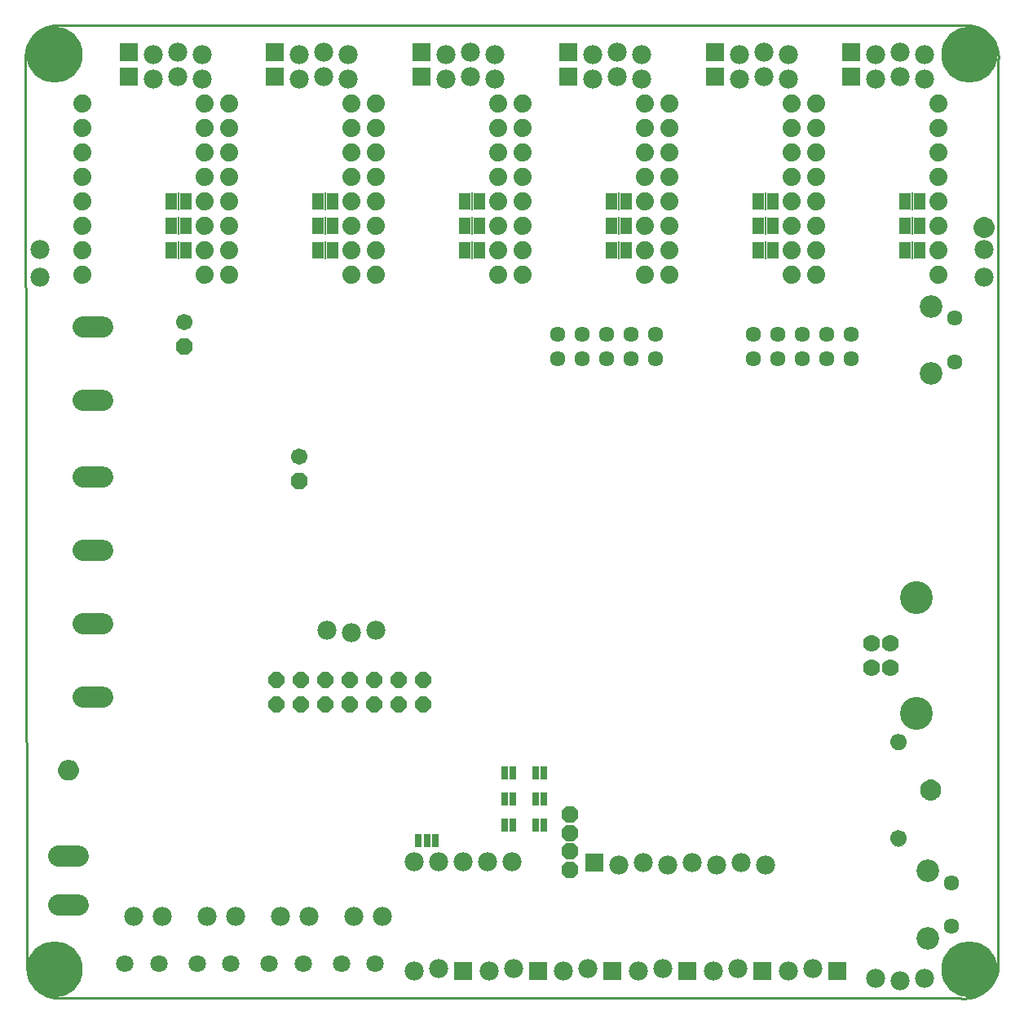
<source format=gbs>
G75*
G70*
%OFA0B0*%
%FSLAX24Y24*%
%IPPOS*%
%LPD*%
%AMOC8*
5,1,8,0,0,1.08239X$1,22.5*
%
%ADD10C,0.0100*%
%ADD11C,0.0700*%
%ADD12C,0.1340*%
%ADD13R,0.0290X0.0540*%
%ADD14C,0.0634*%
%ADD15OC8,0.0670*%
%ADD16C,0.0670*%
%ADD17C,0.0926*%
%ADD18C,0.0780*%
%ADD19C,0.0000*%
%ADD20C,0.0670*%
%ADD21R,0.0780X0.0780*%
%ADD22C,0.0740*%
%ADD23R,0.0500X0.0670*%
%ADD24R,0.0060X0.0720*%
%ADD25C,0.0865*%
%ADD26C,0.0709*%
%ADD27OC8,0.0640*%
%ADD28C,0.0050*%
%ADD29C,0.2290*%
D10*
X002393Y001821D02*
X002330Y038999D01*
X002331Y038998D02*
X002328Y039067D01*
X002329Y039135D01*
X002334Y039203D01*
X002343Y039271D01*
X002355Y039339D01*
X002371Y039405D01*
X002390Y039471D01*
X002413Y039535D01*
X002440Y039599D01*
X002470Y039660D01*
X002503Y039720D01*
X002539Y039778D01*
X002578Y039834D01*
X002621Y039888D01*
X002666Y039939D01*
X002714Y039988D01*
X002764Y040034D01*
X002817Y040078D01*
X002873Y040118D01*
X002930Y040156D01*
X002989Y040190D01*
X003050Y040221D01*
X003113Y040249D01*
X003177Y040273D01*
X003242Y040294D01*
X003308Y040311D01*
X003375Y040324D01*
X003443Y040334D01*
X003511Y040340D01*
X003511Y040341D02*
X040913Y040341D01*
X040983Y040333D01*
X041052Y040321D01*
X041121Y040306D01*
X041188Y040287D01*
X041255Y040264D01*
X041320Y040238D01*
X041384Y040208D01*
X041446Y040175D01*
X041506Y040138D01*
X041564Y040098D01*
X041619Y040056D01*
X041673Y040010D01*
X041724Y039961D01*
X041772Y039910D01*
X041817Y039856D01*
X041859Y039800D01*
X041898Y039741D01*
X041934Y039681D01*
X041967Y039619D01*
X041996Y039555D01*
X042022Y039489D01*
X042044Y039423D01*
X042062Y039355D01*
X042077Y039286D01*
X042088Y039217D01*
X042095Y039147D01*
X042099Y039077D01*
X042098Y039006D01*
X042094Y038936D01*
X042094Y001759D01*
X042095Y001759D02*
X042081Y001685D01*
X042063Y001613D01*
X042042Y001541D01*
X042016Y001471D01*
X041988Y001402D01*
X041955Y001334D01*
X041919Y001269D01*
X041880Y001205D01*
X041837Y001144D01*
X041792Y001085D01*
X041743Y001028D01*
X041691Y000974D01*
X041637Y000923D01*
X041580Y000874D01*
X041520Y000829D01*
X041459Y000787D01*
X041395Y000748D01*
X041329Y000712D01*
X041261Y000680D01*
X041192Y000652D01*
X041122Y000627D01*
X041050Y000606D01*
X040977Y000589D01*
X040904Y000576D01*
X040829Y000566D01*
X040755Y000561D01*
X040680Y000559D01*
X040605Y000561D01*
X040531Y000567D01*
X040457Y000577D01*
X040456Y000578D02*
X003699Y000578D01*
X003698Y000577D02*
X003629Y000578D01*
X003560Y000581D01*
X003492Y000589D01*
X003424Y000600D01*
X003356Y000615D01*
X003290Y000634D01*
X003224Y000656D01*
X003160Y000682D01*
X003098Y000711D01*
X003037Y000744D01*
X002978Y000779D01*
X002921Y000818D01*
X002866Y000860D01*
X002813Y000905D01*
X002763Y000953D01*
X002716Y001003D01*
X002671Y001056D01*
X002630Y001111D01*
X002591Y001168D01*
X002555Y001227D01*
X002523Y001288D01*
X002494Y001351D01*
X002469Y001415D01*
X002447Y001481D01*
X002429Y001547D01*
X002414Y001615D01*
X002403Y001683D01*
X002396Y001752D01*
X002392Y001821D01*
D11*
X036913Y014079D03*
X037693Y014079D03*
X037693Y015063D03*
X036913Y015063D03*
D12*
X038763Y016941D03*
X038763Y012201D03*
D13*
X023508Y009776D03*
X023184Y009776D03*
X022248Y009776D03*
X021924Y009776D03*
X021924Y008713D03*
X022248Y008713D03*
X023184Y008713D03*
X023508Y008713D03*
X023508Y007650D03*
X023184Y007650D03*
X022248Y007650D03*
X021924Y007650D03*
X019093Y006997D03*
X018743Y006997D03*
X018393Y006997D03*
D14*
X024080Y026703D03*
X024080Y027703D03*
X025080Y027703D03*
X026080Y027703D03*
X026080Y026703D03*
X025080Y026703D03*
X027080Y026703D03*
X027080Y027703D03*
X028080Y027703D03*
X028080Y026703D03*
X032080Y026703D03*
X032080Y027703D03*
X033080Y027703D03*
X034080Y027703D03*
X034080Y026703D03*
X033080Y026703D03*
X035080Y026703D03*
X035080Y027703D03*
X036080Y027703D03*
X036080Y026703D03*
X040322Y026593D03*
X040322Y028364D03*
X040197Y005286D03*
X040197Y003514D03*
D15*
X024580Y005828D03*
X024580Y006578D03*
X024580Y007328D03*
X024580Y008078D03*
X013526Y021727D03*
X008798Y027223D03*
D16*
X008798Y028223D03*
X013526Y022727D03*
D17*
X039338Y026101D03*
X039338Y028857D03*
X039213Y005778D03*
X039213Y003022D03*
D18*
X039080Y001378D03*
X038080Y001278D03*
X037080Y001378D03*
X034517Y001784D03*
X033517Y001684D03*
X031454Y001784D03*
X030454Y001684D03*
X028393Y001784D03*
X027393Y001684D03*
X025329Y001784D03*
X024329Y001684D03*
X022267Y001784D03*
X021267Y001684D03*
X019204Y001784D03*
X018204Y001684D03*
X016900Y003928D03*
X015760Y003928D03*
X013900Y003928D03*
X012760Y003928D03*
X010900Y003928D03*
X009760Y003928D03*
X007900Y003928D03*
X006760Y003928D03*
X018208Y006150D03*
X019208Y006150D03*
X020208Y006150D03*
X021208Y006150D03*
X022208Y006150D03*
X026580Y006028D03*
X027580Y006128D03*
X028580Y006028D03*
X029580Y006128D03*
X030580Y006028D03*
X031580Y006128D03*
X032580Y006028D03*
X016643Y015628D03*
X015643Y015528D03*
X014643Y015628D03*
X002924Y030039D03*
X002924Y031179D03*
X007536Y038153D03*
X007536Y039153D03*
X008536Y039253D03*
X009536Y039153D03*
X009536Y038153D03*
X008536Y038253D03*
X013518Y038153D03*
X014518Y038253D03*
X015518Y038153D03*
X015518Y039153D03*
X014518Y039253D03*
X013518Y039153D03*
X019518Y039153D03*
X019518Y038153D03*
X020518Y038253D03*
X021518Y038153D03*
X021518Y039153D03*
X020518Y039253D03*
X025518Y039153D03*
X026518Y039253D03*
X027518Y039153D03*
X027518Y038153D03*
X026518Y038253D03*
X025518Y038153D03*
X031518Y038153D03*
X032518Y038253D03*
X033518Y038153D03*
X033518Y039153D03*
X032518Y039253D03*
X031518Y039153D03*
X037080Y039153D03*
X038080Y039253D03*
X038080Y038253D03*
X037080Y038153D03*
X039080Y038153D03*
X039080Y039153D03*
X041518Y031179D03*
X041518Y030039D03*
D19*
X037684Y011046D02*
X037686Y011081D01*
X037692Y011116D01*
X037702Y011150D01*
X037715Y011183D01*
X037732Y011214D01*
X037753Y011242D01*
X037776Y011269D01*
X037803Y011292D01*
X037831Y011313D01*
X037862Y011330D01*
X037895Y011343D01*
X037929Y011353D01*
X037964Y011359D01*
X037999Y011361D01*
X038034Y011359D01*
X038069Y011353D01*
X038103Y011343D01*
X038136Y011330D01*
X038167Y011313D01*
X038195Y011292D01*
X038222Y011269D01*
X038245Y011242D01*
X038266Y011214D01*
X038283Y011183D01*
X038296Y011150D01*
X038306Y011116D01*
X038312Y011081D01*
X038314Y011046D01*
X038312Y011011D01*
X038306Y010976D01*
X038296Y010942D01*
X038283Y010909D01*
X038266Y010878D01*
X038245Y010850D01*
X038222Y010823D01*
X038195Y010800D01*
X038167Y010779D01*
X038136Y010762D01*
X038103Y010749D01*
X038069Y010739D01*
X038034Y010733D01*
X037999Y010731D01*
X037964Y010733D01*
X037929Y010739D01*
X037895Y010749D01*
X037862Y010762D01*
X037831Y010779D01*
X037803Y010800D01*
X037776Y010823D01*
X037753Y010850D01*
X037732Y010878D01*
X037715Y010909D01*
X037702Y010942D01*
X037692Y010976D01*
X037686Y011011D01*
X037684Y011046D01*
X037684Y007109D02*
X037686Y007144D01*
X037692Y007179D01*
X037702Y007213D01*
X037715Y007246D01*
X037732Y007277D01*
X037753Y007305D01*
X037776Y007332D01*
X037803Y007355D01*
X037831Y007376D01*
X037862Y007393D01*
X037895Y007406D01*
X037929Y007416D01*
X037964Y007422D01*
X037999Y007424D01*
X038034Y007422D01*
X038069Y007416D01*
X038103Y007406D01*
X038136Y007393D01*
X038167Y007376D01*
X038195Y007355D01*
X038222Y007332D01*
X038245Y007305D01*
X038266Y007277D01*
X038283Y007246D01*
X038296Y007213D01*
X038306Y007179D01*
X038312Y007144D01*
X038314Y007109D01*
X038312Y007074D01*
X038306Y007039D01*
X038296Y007005D01*
X038283Y006972D01*
X038266Y006941D01*
X038245Y006913D01*
X038222Y006886D01*
X038195Y006863D01*
X038167Y006842D01*
X038136Y006825D01*
X038103Y006812D01*
X038069Y006802D01*
X038034Y006796D01*
X037999Y006794D01*
X037964Y006796D01*
X037929Y006802D01*
X037895Y006812D01*
X037862Y006825D01*
X037831Y006842D01*
X037803Y006863D01*
X037776Y006886D01*
X037753Y006913D01*
X037732Y006941D01*
X037715Y006972D01*
X037702Y007005D01*
X037692Y007039D01*
X037686Y007074D01*
X037684Y007109D01*
D20*
X037999Y007109D03*
X037999Y011046D03*
D21*
X035517Y001684D03*
X032454Y001684D03*
X029393Y001684D03*
X026329Y001684D03*
X023267Y001684D03*
X020204Y001684D03*
X025580Y006128D03*
X024518Y038253D03*
X024518Y039253D03*
X030518Y039253D03*
X030518Y038253D03*
X036080Y038253D03*
X036080Y039253D03*
X018518Y039253D03*
X018518Y038253D03*
X012518Y038253D03*
X012518Y039253D03*
X006536Y039253D03*
X006536Y038253D03*
D22*
X004661Y037159D03*
X004661Y036159D03*
X004661Y035159D03*
X004661Y034159D03*
X004661Y033159D03*
X004661Y032159D03*
X004661Y031159D03*
X004661Y030159D03*
X009661Y030159D03*
X009661Y031159D03*
X009661Y032159D03*
X010658Y032159D03*
X010658Y031159D03*
X010658Y030159D03*
X010658Y033159D03*
X010658Y034159D03*
X009661Y034159D03*
X009661Y033159D03*
X009661Y035159D03*
X009661Y036159D03*
X010658Y036159D03*
X010658Y035159D03*
X010658Y037159D03*
X009661Y037159D03*
X015658Y037159D03*
X016658Y037159D03*
X016658Y036159D03*
X015658Y036159D03*
X015658Y035159D03*
X016658Y035159D03*
X016658Y034159D03*
X015658Y034159D03*
X015658Y033159D03*
X016658Y033159D03*
X016658Y032159D03*
X015658Y032159D03*
X015658Y031159D03*
X016658Y031159D03*
X016658Y030159D03*
X015658Y030159D03*
X021658Y030159D03*
X021658Y031159D03*
X021658Y032159D03*
X021658Y033159D03*
X021658Y034159D03*
X021658Y035159D03*
X021658Y036159D03*
X021658Y037159D03*
X022658Y037159D03*
X022658Y036159D03*
X022658Y035159D03*
X022658Y034159D03*
X022658Y033159D03*
X022658Y032159D03*
X022658Y031159D03*
X022658Y030159D03*
X027658Y030159D03*
X027658Y031159D03*
X027658Y032159D03*
X028658Y032159D03*
X028658Y031159D03*
X028658Y030159D03*
X028658Y033159D03*
X028658Y034159D03*
X027658Y034159D03*
X027658Y033159D03*
X027658Y035159D03*
X027658Y036159D03*
X028658Y036159D03*
X028658Y035159D03*
X028658Y037159D03*
X027658Y037159D03*
X033658Y037159D03*
X034658Y037159D03*
X034658Y036159D03*
X034658Y035159D03*
X033658Y035159D03*
X033658Y036159D03*
X033658Y034159D03*
X033658Y033159D03*
X034658Y033159D03*
X034658Y034159D03*
X034658Y032159D03*
X034658Y031159D03*
X034658Y030159D03*
X033658Y030159D03*
X033658Y031159D03*
X033658Y032159D03*
X039658Y032159D03*
X039658Y031159D03*
X039658Y030159D03*
X039658Y033159D03*
X039658Y034159D03*
X039658Y035159D03*
X039658Y036159D03*
X039658Y037159D03*
D23*
X038880Y033140D03*
X038280Y033140D03*
X038280Y032140D03*
X038880Y032140D03*
X038880Y031140D03*
X038280Y031140D03*
X032880Y031140D03*
X032280Y031140D03*
X032280Y032140D03*
X032880Y032140D03*
X032880Y033140D03*
X032280Y033140D03*
X026880Y033140D03*
X026280Y033140D03*
X026280Y032140D03*
X026880Y032140D03*
X026880Y031140D03*
X026280Y031140D03*
X020880Y031140D03*
X020280Y031140D03*
X020280Y032140D03*
X020880Y032140D03*
X020880Y033140D03*
X020280Y033140D03*
X014880Y033140D03*
X014280Y033140D03*
X014280Y032140D03*
X014880Y032140D03*
X014880Y031140D03*
X014280Y031140D03*
X008880Y031140D03*
X008280Y031140D03*
X008280Y032140D03*
X008880Y032140D03*
X008880Y033140D03*
X008280Y033140D03*
D24*
X008580Y033140D03*
X008580Y032140D03*
X008580Y031140D03*
X014580Y031140D03*
X014580Y032140D03*
X014580Y033140D03*
X020580Y033140D03*
X020580Y032140D03*
X020580Y031140D03*
X026580Y031140D03*
X026580Y032140D03*
X026580Y033140D03*
X032580Y033140D03*
X032580Y032140D03*
X032580Y031140D03*
X038580Y031140D03*
X038580Y032140D03*
X038580Y033140D03*
D25*
X005493Y028015D02*
X004668Y028015D01*
X004668Y025015D02*
X005493Y025015D01*
X005493Y021890D02*
X004668Y021890D01*
X004668Y018890D02*
X005493Y018890D01*
X005493Y015890D02*
X004668Y015890D01*
X004668Y012890D02*
X005493Y012890D01*
X004493Y006390D02*
X003668Y006390D01*
X003668Y004390D02*
X004493Y004390D01*
D26*
X006391Y001976D03*
X007769Y001976D03*
X009341Y001976D03*
X010719Y001976D03*
X012291Y001976D03*
X013669Y001976D03*
X015241Y001976D03*
X016619Y001976D03*
D27*
X016580Y012578D03*
X015580Y012578D03*
X015580Y013578D03*
X016580Y013578D03*
X017580Y013578D03*
X018580Y013578D03*
X018580Y012578D03*
X017580Y012578D03*
X014580Y012578D03*
X013580Y012578D03*
X012580Y012578D03*
X012580Y013578D03*
X013580Y013578D03*
X014580Y013578D03*
D28*
X004450Y010025D02*
X004468Y009958D01*
X004474Y009890D01*
X004468Y009822D01*
X004450Y009755D01*
X004421Y009693D01*
X004382Y009637D01*
X004333Y009588D01*
X004277Y009549D01*
X004215Y009520D01*
X004148Y009502D01*
X004080Y009496D01*
X004012Y009502D01*
X003945Y009520D01*
X003883Y009549D01*
X003827Y009588D01*
X003778Y009637D01*
X003739Y009693D01*
X003710Y009755D01*
X003692Y009822D01*
X003686Y009890D01*
X003692Y009958D01*
X003710Y010025D01*
X003739Y010087D01*
X003778Y010143D01*
X003827Y010192D01*
X003883Y010231D01*
X003945Y010260D01*
X004012Y010278D01*
X004080Y010284D01*
X004148Y010278D01*
X004215Y010260D01*
X004277Y010231D01*
X004333Y010192D01*
X004382Y010143D01*
X004421Y010087D01*
X004450Y010025D01*
X004445Y010035D02*
X003715Y010035D01*
X003700Y009987D02*
X004460Y009987D01*
X004469Y009938D02*
X003691Y009938D01*
X003686Y009890D02*
X004474Y009890D01*
X004469Y009841D02*
X003691Y009841D01*
X003700Y009793D02*
X004460Y009793D01*
X004445Y009744D02*
X003715Y009744D01*
X003738Y009696D02*
X004422Y009696D01*
X004389Y009647D02*
X003771Y009647D01*
X003817Y009599D02*
X004343Y009599D01*
X004278Y009550D02*
X003882Y009550D01*
X004020Y009502D02*
X004140Y009502D01*
X004422Y010084D02*
X003738Y010084D01*
X003771Y010132D02*
X004389Y010132D01*
X004344Y010181D02*
X003816Y010181D01*
X003880Y010229D02*
X004280Y010229D01*
X004149Y010278D02*
X004011Y010278D01*
X038936Y009078D02*
X038942Y009146D01*
X038960Y009212D01*
X038989Y009274D01*
X039028Y009331D01*
X039077Y009379D01*
X039133Y009418D01*
X039195Y009447D01*
X039262Y009465D01*
X039330Y009471D01*
X039398Y009465D01*
X039465Y009447D01*
X039527Y009418D01*
X039583Y009379D01*
X039632Y009331D01*
X039671Y009274D01*
X039700Y009212D01*
X039718Y009146D01*
X039724Y009078D01*
X039718Y009009D01*
X039700Y008943D01*
X039671Y008881D01*
X039632Y008824D01*
X039583Y008776D01*
X039527Y008737D01*
X039465Y008708D01*
X039398Y008690D01*
X039330Y008684D01*
X039262Y008690D01*
X039195Y008708D01*
X039133Y008737D01*
X039077Y008776D01*
X039028Y008824D01*
X038989Y008881D01*
X038960Y008943D01*
X038942Y009009D01*
X038936Y009078D01*
X038937Y009065D02*
X039723Y009065D01*
X039721Y009114D02*
X038939Y009114D01*
X038947Y009162D02*
X039713Y009162D01*
X039700Y009211D02*
X038960Y009211D01*
X038982Y009259D02*
X039678Y009259D01*
X039648Y009308D02*
X039012Y009308D01*
X039054Y009356D02*
X039606Y009356D01*
X039547Y009405D02*
X039113Y009405D01*
X039216Y009453D02*
X039444Y009453D01*
X039718Y009017D02*
X038942Y009017D01*
X038953Y008968D02*
X039707Y008968D01*
X039689Y008920D02*
X038971Y008920D01*
X038996Y008871D02*
X039664Y008871D01*
X039630Y008823D02*
X039030Y008823D01*
X039080Y008774D02*
X039580Y008774D01*
X039503Y008726D02*
X039157Y008726D01*
X041449Y031690D02*
X041383Y031708D01*
X041321Y031737D01*
X041264Y031776D01*
X041216Y031824D01*
X041177Y031881D01*
X041148Y031943D01*
X041130Y032009D01*
X041124Y032078D01*
X041130Y032146D01*
X041148Y032212D01*
X041177Y032274D01*
X041216Y032331D01*
X041264Y032379D01*
X041321Y032418D01*
X041383Y032447D01*
X041449Y032465D01*
X041518Y032471D01*
X041586Y032465D01*
X041652Y032447D01*
X041714Y032418D01*
X041771Y032379D01*
X041819Y032331D01*
X041858Y032274D01*
X041887Y032212D01*
X041905Y032146D01*
X041911Y032078D01*
X041905Y032009D01*
X041887Y031943D01*
X041858Y031881D01*
X041819Y031824D01*
X041771Y031776D01*
X041714Y031737D01*
X041652Y031708D01*
X041586Y031690D01*
X041518Y031684D01*
X041449Y031690D01*
X041368Y031715D02*
X041667Y031715D01*
X041752Y031763D02*
X041283Y031763D01*
X041229Y031812D02*
X041806Y031812D01*
X041844Y031860D02*
X041191Y031860D01*
X041163Y031909D02*
X041872Y031909D01*
X041891Y031957D02*
X041144Y031957D01*
X041131Y032006D02*
X041904Y032006D01*
X041909Y032054D02*
X041126Y032054D01*
X041126Y032103D02*
X041909Y032103D01*
X041904Y032151D02*
X041131Y032151D01*
X041144Y032200D02*
X041891Y032200D01*
X041871Y032248D02*
X041164Y032248D01*
X041192Y032297D02*
X041843Y032297D01*
X041804Y032345D02*
X041231Y032345D01*
X041285Y032394D02*
X041750Y032394D01*
X041664Y032442D02*
X041371Y032442D01*
D29*
X040913Y039160D03*
X003511Y039160D03*
X003511Y001759D03*
X040913Y001759D03*
M02*

</source>
